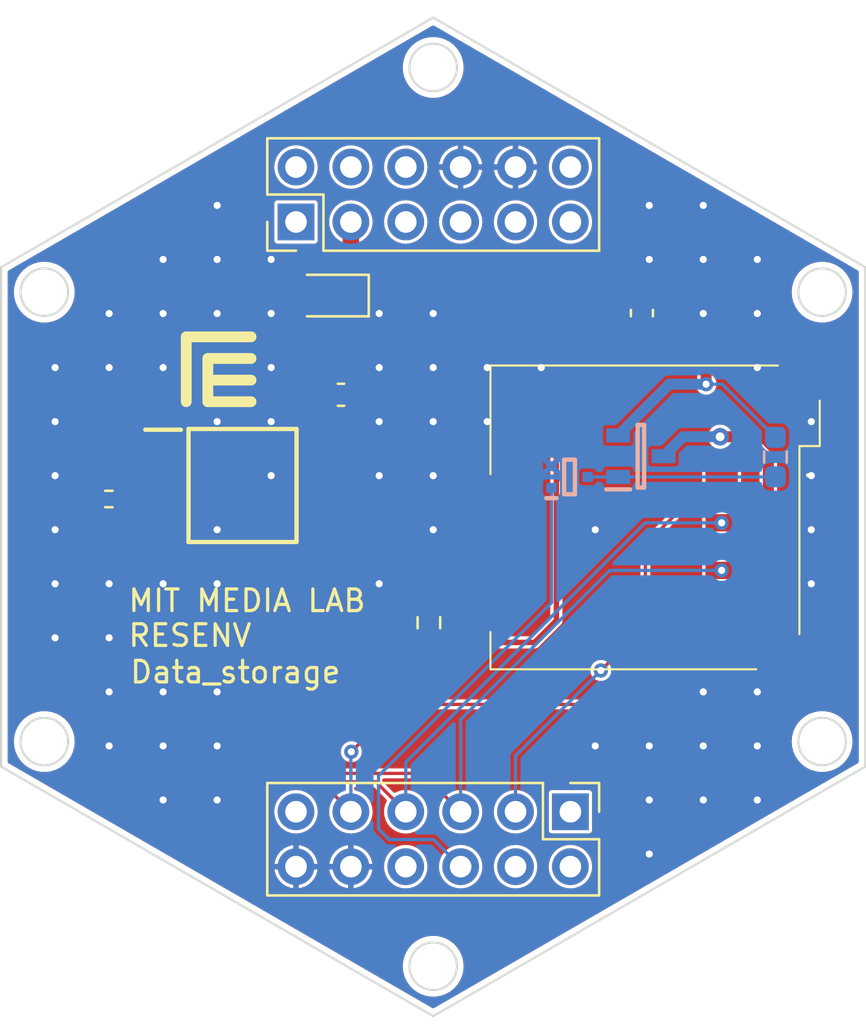
<source format=kicad_pcb>
(kicad_pcb (version 20221018) (generator pcbnew)
  (layers (0 "F.Cu" signal) (31 "B.Cu" signal) (34 "B.Paste" user) (35 "F.Paste" user) (36 "B.SilkS" user "B.Silkscreen") (37 "F.SilkS" user "F.Silkscreen") (38 "B.Mask" user) (39 "F.Mask" user) (44 "Edge.Cuts" user))
  (net 0 "")
  (net 1 "GND")
  (net 2 "VCC")
  (net 3 "+5V")
  (net 4 "/VBAT")
  (net 5 "/SDA")
  (net 6 "/SCL")
  (net 7 "/A1")
  (net 8 "/MOSI")
  (net 9 "/D11")
  (net 10 "/MISO")
  (net 11 "/D6")
  (net 12 "/SCK")
  (net 13 "/~{CS}")
  (net 14 "/A5")
  (net 15 "/LED2")
  (net 16 "/~{EN}")
  (net 17 "/VBAT_OK")
  (net 18 "/D13")
  (net 19 "/RXD")
  (net 20 "/TXD")
  (net 21 "/~{I2C_RESET}")
  (net 26 "/~{WP}")
  (net 27 "/~{FRAM_CS}")
  (net 28 "Net-(J3-VDD)")
  (net 29 "Net-(Q1-Pad1)")
  (net 30 "/CARD_DETECT")
  (footprint "LED_SMD:LED_0805_2012Metric_Pad1.15x1.40mm_HandSolder" (layer "F.Cu") (at 145.3175 89.868621 180)
    (fp_text reference "C1" hide)
    (fp_text value "47uF")
    (fp_line (start -1.86 -0.96) (end -1.86 0.96) (stroke (width 0.12)) (layer "F.SilkS"))
    (fp_line (start -1.86 0.96) (end 1 0.96) (stroke (width 0.12)) (layer "F.SilkS"))
    (fp_line (start 1 -0.96) (end -1.86 -0.96) (stroke (width 0.12)) (layer "F.SilkS"))
    (pad "1" smd roundrect (at -1.025 0 180) (size 1.15 1.4) (layers "F.Cu" "F.Paste" "F.Mask") (roundrect_rratio 0.217391) (net 2 "VCC"))
    (pad "2" smd roundrect (at 1.025 0 180) (size 1.15 1.4) (layers "F.Cu" "F.Paste" "F.Mask") (roundrect_rratio 0.217391) (net 1 "GND"))
  )
  (footprint "Capacitor_SMD:C_0603_1608Metric_Pad1.08x0.95mm_HandSolder" (layer "F.Cu") (at 159.82 90.678621 90)
    (fp_text reference "C2" hide)
    (fp_text value "0.1uF")
    (fp_line (start -0.146267 -0.51) (end 0.146267 -0.51) (stroke (width 0.12)) (layer "F.SilkS"))
    (fp_line (start -0.146267 0.51) (end 0.146267 0.51) (stroke (width 0.12)) (layer "F.SilkS"))
    (pad "1" smd roundrect (at -0.8625 0 90) (size 1.075 0.95) (layers "F.Cu" "F.Paste" "F.Mask") (net 2 "VCC"))
    (pad "2" smd roundrect (at 0.8625 0 90) (size 1.075 0.95) (layers "F.Cu" "F.Paste" "F.Mask") (net 1 "GND"))
  )
  (footprint "Resistor_SMD:R_0402_1005Metric_Pad0.72x0.64mm_HandSolder" (layer "F.Cu") (at 135.15 99.278621 180)
    (fp_text reference "R2" hide)
    (fp_text value "10K")
    (fp_line (start -0.167621 -0.38) (end 0.167621 -0.38) (stroke (width 0.12)) (layer "F.SilkS"))
    (fp_line (start -0.167621 0.38) (end 0.167621 0.38) (stroke (width 0.12)) (layer "F.SilkS"))
    (pad "1" smd roundrect (at -0.5975 0 180) (size 0.715 0.64) (layers "F.Cu" "F.Paste" "F.Mask") (net 26 "/~{WP}"))
    (pad "2" smd roundrect (at 0.5975 0 180) (size 0.715 0.64) (layers "F.Cu" "F.Paste" "F.Mask") (net 2 "VCC"))
  )
  (footprint "Connector_PinHeader_2.54mm:PinHeader_2x06_P2.54mm_Vertical" (layer "F.Cu") (at 143.81 86.465599 90)
    (fp_text reference "J1" hide)
    (fp_text value "Conn_02x06_Odd_Even" hide)
    (fp_line (start -1.33 -1.33) (end 0 -1.33) (stroke (width 0.12)) (layer "F.SilkS"))
    (fp_line (start -1.33 0) (end -1.33 -1.33) (stroke (width 0.12)) (layer "F.SilkS"))
    (fp_line (start -1.33 1.27) (end -1.33 14.03) (stroke (width 0.12)) (layer "F.SilkS"))
    (fp_line (start -1.33 1.27) (end 1.27 1.27) (stroke (width 0.12)) (layer "F.SilkS"))
    (fp_line (start -1.33 14.03) (end 3.87 14.03) (stroke (width 0.12)) (layer "F.SilkS"))
    (fp_line (start 1.27 -1.33) (end 3.87 -1.33) (stroke (width 0.12)) (layer "F.SilkS"))
    (fp_line (start 1.27 1.27) (end 1.27 -1.33) (stroke (width 0.12)) (layer "F.SilkS"))
    (fp_line (start 3.87 -1.33) (end 3.87 14.03) (stroke (width 0.12)) (layer "F.SilkS"))
    (pad "1" thru_hole rect (at 0 0 90) (size 1.7 1.7) (drill 1) (layers "*.Cu" "*.Mask") (net 4 "/VBAT"))
    (pad "2" thru_hole oval (at 2.54 0 90) (size 1.7 1.7) (drill 1) (layers "*.Cu" "*.Mask") (net 16 "/~{EN}"))
    (pad "3" thru_hole oval (at 0 2.54 90) (size 1.7 1.7) (drill 1) (layers "*.Cu" "*.Mask") (net 2 "VCC"))
    (pad "4" thru_hole oval (at 2.54 2.54 90) (size 1.7 1.7) (drill 1) (layers "*.Cu" "*.Mask") (net 17 "/VBAT_OK"))
    (pad "5" thru_hole oval (at 0 5.08 90) (size 1.7 1.7) (drill 1) (layers "*.Cu" "*.Mask") (net 21 "/~{I2C_RESET}"))
    (pad "6" thru_hole oval (at 2.54 5.08 90) (size 1.7 1.7) (drill 1) (layers "*.Cu" "*.Mask") (net 3 "+5V"))
    (pad "7" thru_hole oval (at 0 7.62 90) (size 1.7 1.7) (drill 1) (layers "*.Cu" "*.Mask") (net 19 "/RXD"))
    (pad "8" thru_hole oval (at 2.54 7.62 90) (size 1.7 1.7) (drill 1) (layers "*.Cu" "*.Mask") (net 1 "GND"))
    (pad "9" thru_hole oval (at 0 10.16 90) (size 1.7 1.7) (drill 1) (layers "*.Cu" "*.Mask") (net 20 "/TXD"))
    (pad "10" thru_hole oval (at 2.54 10.16 90) (size 1.7 1.7) (drill 1) (layers "*.Cu" "*.Mask") (net 1 "GND"))
    (pad "11" thru_hole oval (at 0 12.7 90) (size 1.7 1.7) (drill 1) (layers "*.Cu" "*.Mask") (net 5 "/SDA"))
    (pad "12" thru_hole oval (at 2.54 12.7 90) (size 1.7 1.7) (drill 1) (layers "*.Cu" "*.Mask") (net 6 "/SCL"))
  )
  (footprint "SamacSys_Parts:1660" (layer "F.Cu") (at 160.41 100.10461 -90)
    (fp_text reference "J3" hide)
    (fp_text value "1660" hide)
    (fp_line (start -7 -5.7) (end -7 7.6) (stroke (width 0.1)) (layer "F.SilkS"))
    (fp_line (start -7 7.6) (end -1.975 7.6) (stroke (width 0.1)) (layer "F.SilkS"))
    (fp_line (start -5.375 -7.64) (end -3.275 -7.64) (stroke (width 0.1)) (layer "F.SilkS"))
    (fp_line (start -3.275 -7.64) (end -3.275 -6.7) (stroke (width 0.1)) (layer "F.SilkS"))
    (fp_line (start -3.275 -6.7) (end 5.425 -6.7) (stroke (width 0.1)) (layer "F.SilkS"))
    (fp_line (start -1.975 -7.1) (end -1.975 -7.1) (stroke (width 0.1)) (layer "F.SilkS"))
    (fp_line (start -1.875 -7.1) (end -1.875 -7.1) (stroke (width 0.1)) (layer "F.SilkS"))
    (fp_line (start 5.325 7.6) (end 7.05 7.6) (stroke (width 0.1)) (layer "F.SilkS"))
    (fp_line (start 7.05 7.6) (end 7.05 -4.7) (stroke (width 0.1)) (layer "F.SilkS"))
    (fp_arc (start -1.975 -7.1) (mid -1.925 -7.15) (end -1.875 -7.1) (stroke (width 0.1)) (layer "F.SilkS"))
    (fp_arc (start -1.875 -7.1) (mid -1.925 -7.05) (end -1.975 -7.1) (stroke (width 0.1)) (layer "F.SilkS"))
    (pad "1" smd rect (at -1.925 -3.1 270) (size 0.8 1.5) (layers "F.Cu" "F.Paste" "F.Mask"))
    (pad "2" smd rect (at -0.825 -2.9 270) (size 0.8 1.5) (layers "F.Cu" "F.Paste" "F.Mask") (net 7 "/A1"))
    (pad "3" smd rect (at 0.275 -3.1 270) (size 0.8 1.5) (layers "F.Cu" "F.Paste" "F.Mask") (net 8 "/MOSI"))
    (pad "4" smd rect (at 1.375 -3.3 270) (size 0.8 1.5) (layers "F.Cu" "F.Paste" "F.Mask") (net 28 "Net-(J3-VDD)"))
    (pad "5" smd rect (at 2.475 -3.1 270) (size 0.8 1.5) (layers "F.Cu" "F.Paste" "F.Mask") (net 12 "/SCK"))
    (pad "6" smd rect (at 3.575 -3.3 270) (size 0.8 1.5) (layers "F.Cu" "F.Paste" "F.Mask") (net 1 "GND"))
    (pad "7" smd rect (at 4.675 -3.1 270) (size 0.8 1.5) (layers "F.Cu" "F.Paste" "F.Mask") (net 10 "/MISO"))
    (pad "8" smd rect (at 5.775 -3.1 270) (size 0.8 1.5) (layers "F.Cu" "F.Paste" "F.Mask"))
    (pad "9" smd rect (at 3.975 7.2) (size 1.4 1.8) (layers "F.Cu" "F.Paste" "F.Mask") (net 30 "/CARD_DETECT"))
    (pad "10" smd rect (at -0.725 7.2) (size 1.4 1.8) (layers "F.Cu" "F.Paste" "F.Mask"))
    (pad "11" smd rect (at -6.575 -6.95 270) (size 1.4 1.9) (layers "F.Cu" "F.Paste" "F.Mask") (net 1 "GND"))
    (pad "12" smd rect (at 6.575 -5.95 270) (size 1.4 1.9) (layers "F.Cu" "F.Paste" "F.Mask") (net 1 "GND"))
  )
  (footprint "Resistor_SMD:R_0603_1608Metric_Pad0.98x0.95mm_HandSolder" (layer "F.Cu") (at 149.96 104.998621 -90)
    (fp_text reference "R1" hide)
    (fp_text value "NC")
    (fp_line (start -0.254724 -0.5225) (end 0.254724 -0.5225) (stroke (width 0.12)) (layer "F.SilkS"))
    (fp_line (start -0.254724 0.5225) (end 0.254724 0.5225) (stroke (width 0.12)) (layer "F.SilkS"))
    (pad "1" smd roundrect (at -0.9125 0 270) (size 0.975 0.95) (layers "F.Cu" "F.Paste" "F.Mask") (net 30 "/CARD_DETECT"))
    (pad "2" smd roundrect (at 0.9125 0 270) (size 0.975 0.95) (layers "F.Cu" "F.Paste" "F.Mask") (net 2 "VCC"))
  )
  (footprint "Connector_PinHeader_2.54mm:PinHeader_2x06_P2.54mm_Vertical" (layer "F.Cu") (at 156.51 113.743621 -90)
    (fp_text reference "J2" hide)
    (fp_text value "Conn_02x06_Odd_Even")
    (fp_line (start -1.33 -1.33) (end 0 -1.33) (stroke (width 0.12)) (layer "F.SilkS"))
    (fp_line (start -1.33 0) (end -1.33 -1.33) (stroke (width 0.12)) (layer "F.SilkS"))
    (fp_line (start -1.33 1.27) (end -1.33 14.03) (stroke (width 0.12)) (layer "F.SilkS"))
    (fp_line (start -1.33 1.27) (end 1.27 1.27) (stroke (width 0.12)) (layer "F.SilkS"))
    (fp_line (start -1.33 14.03) (end 3.87 14.03) (stroke (width 0.12)) (layer "F.SilkS"))
    (fp_line (start 1.27 -1.33) (end 3.87 -1.33) (stroke (width 0.12)) (layer "F.SilkS"))
    (fp_line (start 1.27 1.27) (end 1.27 -1.33) (stroke (width 0.12)) (layer "F.SilkS"))
    (fp_line (start 3.87 -1.33) (end 3.87 14.03) (stroke (width 0.12)) (layer "F.SilkS"))
    (pad "1" thru_hole rect (at 0 0 270) (size 1.7 1.7) (drill 1) (layers "*.Cu" "*.Mask") (net 9 "/D11"))
    (pad "2" thru_hole oval (at 2.54 0 270) (size 1.7 1.7) (drill 1) (layers "*.Cu" "*.Mask") (net 18 "/D13"))
    (pad "3" thru_hole oval (at 0 2.54 270) (size 1.7 1.7) (drill 1) (layers "*.Cu" "*.Mask") (net 7 "/A1"))
    (pad "4" thru_hole oval (at 2.54 2.54 270) (size 1.7 1.7) (drill 1) (layers "*.Cu" "*.Mask") (net 11 "/D6"))
    (pad "5" thru_hole oval (at 0 5.08 270) (size 1.7 1.7) (drill 1) (layers "*.Cu" "*.Mask") (net 12 "/SCK"))
    (pad "6" thru_hole oval (at 2.54 5.08 270) (size 1.7 1.7) (drill 1) (layers "*.Cu" "*.Mask") (net 14 "/A5"))
    (pad "7" thru_hole oval (at 0 7.62 270) (size 1.7 1.7) (drill 1) (layers "*.Cu" "*.Mask") (net 8 "/MOSI"))
    (pad "8" thru_hole oval (at 2.54 7.62 270) (size 1.7 1.7) (drill 1) (layers "*.Cu" "*.Mask") (net 13 "/~{CS}"))
    (pad "9" thru_hole oval (at 0 10.16 270) (size 1.7 1.7) (drill 1) (layers "*.Cu" "*.Mask") (net 10 "/MISO"))
    (pad "10" thru_hole oval (at 2.54 10.16 270) (size 1.7 1.7) (drill 1) (layers "*.Cu" "*.Mask") (net 1 "GND"))
    (pad "11" thru_hole oval (at 0 12.7 270) (size 1.7 1.7) (drill 1) (layers "*.Cu" "*.Mask") (net 15 "/LED2"))
    (pad "12" thru_hole oval (at 2.54 12.7 270) (size 1.7 1.7) (drill 1) (layers "*.Cu" "*.Mask") (net 1 "GND"))
  )
  (footprint "Capacitor_SMD:C_0603_1608Metric_Pad1.08x0.95mm_HandSolder" (layer "F.Cu") (at 145.8925 94.458621 180)
    (fp_text reference "C3" hide)
    (fp_text value "0.1uF")
    (fp_line (start -0.146267 -0.51) (end 0.146267 -0.51) (stroke (width 0.12)) (layer "F.SilkS"))
    (fp_line (start -0.146267 0.51) (end 0.146267 0.51) (stroke (width 0.12)) (layer "F.SilkS"))
    (pad "1" smd roundrect (at -0.8625 0 180) (size 1.075 0.95) (layers "F.Cu" "F.Paste" "F.Mask") (net 1 "GND"))
    (pad "2" smd roundrect (at 0.8625 0 180) (size 1.075 0.95) (layers "F.Cu" "F.Paste" "F.Mask") (net 2 "VCC"))
  )
  (footprint "SamacSys_Parts:SOIC127P800X203-8N" (layer "F.Cu") (at 141.335 98.653621)
    (fp_text reference "IC1" hide)
    (fp_text value "CY15B108QN-40SXI" hide)
    (fp_line (start -4.5 -2.58) (end -2.85 -2.58) (stroke (width 0.2)) (layer "F.SilkS"))
    (fp_line (start -2.5 -2.615) (end 2.5 -2.615) (stroke (width 0.2)) (layer "F.SilkS"))
    (fp_line (start -2.5 2.615) (end -2.5 -2.615) (stroke (width 0.2)) (layer "F.SilkS"))
    (fp_line (start 2.5 -2.615) (end 2.5 2.615) (stroke (width 0.2)) (layer "F.SilkS"))
    (fp_line (start 2.5 2.615) (end -2.5 2.615) (stroke (width 0.2)) (layer "F.SilkS"))
    (pad "1" smd rect (at -3.675 -1.905 90) (size 0.65 1.65) (layers "F.Cu" "F.Paste" "F.Mask") (net 27 "/~{FRAM_CS}"))
    (pad "2" smd rect (at -3.675 -0.635 90) (size 0.65 1.65) (layers "F.Cu" "F.Paste" "F.Mask") (net 10 "/MISO"))
    (pad "3" smd rect (at -3.675 0.635 90) (size 0.65 1.65) (layers "F.Cu" "F.Paste" "F.Mask") (net 26 "/~{WP}"))
    (pad "4" smd rect (at -3.675 1.905 90) (size 0.65 1.65) (layers "F.Cu" "F.Paste" "F.Mask") (net 1 "GND"))
    (pad "5" smd rect (at 3.675 1.905 90) (size 0.65 1.65) (layers "F.Cu" "F.Paste" "F.Mask") (net 8 "/MOSI"))
    (pad "6" smd rect (at 3.675 0.635 90) (size 0.65 1.65) (layers "F.Cu" "F.Paste" "F.Mask") (net 12 "/SCK"))
    (pad "7" smd rect (at 3.675 -0.635 90) (size 0.65 1.65) (layers "F.Cu" "F.Paste" "F.Mask"))
    (pad "8" smd rect (at 3.675 -1.905 90) (size 0.65 1.65) (layers "F.Cu" "F.Paste" "F.Mask") (net 2 "VCC"))
  )
  (footprint "SamacSys_Parts:SOT96P240X110-3N" (layer "B.Cu") (at 159.772 97.298621)
    (fp_text reference "Q1" hide)
    (fp_text value "DMG2305UX-7" hide)
    (fp_line (start -1.6 1.535) (end -0.5 1.535) (stroke (width 0.2)) (layer "B.SilkS"))
    (fp_line (start -0.15 -1.45) (end -0.15 1.45) (stroke (width 0.2)) (layer "B.SilkS"))
    (fp_line (start -0.15 1.45) (end 0.15 1.45) (stroke (width 0.2)) (layer "B.SilkS"))
    (fp_line (start 0.15 -1.45) (end -0.15 -1.45) (stroke (width 0.2)) (layer "B.SilkS"))
    (fp_line (start 0.15 1.45) (end 0.15 -1.45) (stroke (width 0.2)) (layer "B.SilkS"))
    (pad "1" smd rect (at -1.05 0.96 270) (size 0.65 1.1) (layers "B.Cu" "B.Paste" "B.Mask") (net 29 "Net-(Q1-Pad1)"))
    (pad "2" smd rect (at -1.05 -0.96 270) (size 0.65 1.1) (layers "B.Cu" "B.Paste" "B.Mask") (net 2 "VCC"))
    (pad "3" smd rect (at 1.05 0 270) (size 0.65 1.1) (layers "B.Cu" "B.Paste" "B.Mask") (net 28 "Net-(J3-VDD)"))
  )
  (footprint "Resistor_SMD:R_0603_1608Metric_Pad0.98x0.95mm_HandSolder" (layer "B.Cu") (at 166 97.338621 90)
    (fp_text reference "R3" hide)
    (fp_text value "10k")
    (fp_line (start -0.254724 -0.5225) (end 0.254724 -0.5225) (stroke (width 0.12)) (layer "B.SilkS"))
    (fp_line (start -0.254724 0.5225) (end 0.254724 0.5225) (stroke (width 0.12)) (layer "B.SilkS"))
    (pad "1" smd roundrect (at -0.9125 0 90) (size 0.975 0.95) (layers "B.Cu" "B.Paste" "B.Mask") (net 29 "Net-(Q1-Pad1)"))
    (pad "2" smd roundrect (at 0.9125 0 90) (size 0.975 0.95) (layers "B.Cu" "B.Paste" "B.Mask") (net 2 "VCC"))
  )
  (footprint "SamacSys_Parts:SOTFL50P160X60-3N" (layer "B.Cu") (at 156.47 98.258621)
    (fp_text reference "Q2" hide)
    (fp_text value "PJE8408_R1_00001" hide)
    (fp_line (start -1.075 0.98) (end -0.6 0.98) (stroke (width 0.2)) (layer "B.SilkS"))
    (fp_line (start -0.25 -0.8) (end -0.25 0.8) (stroke (width 0.2)) (layer "B.SilkS"))
    (fp_line (start -0.25 0.8) (end 0.25 0.8) (stroke (width 0.2)) (layer "B.SilkS"))
    (fp_line (start 0.25 -0.8) (end -0.25 -0.8) (stroke (width 0.2)) (layer "B.SilkS"))
    (fp_line (start 0.25 0.8) (end 0.25 -0.8) (stroke (width 0.2)) (layer "B.SilkS"))
    (pad "1" smd rect (at -0.838 0.5 270) (size 0.46 0.475) (layers "B.Cu" "B.Paste" "B.Mask") (net 14 "/A5"))
    (pad "2" smd rect (at -0.838 -0.5 270) (size 0.46 0.475) (layers "B.Cu" "B.Paste" "B.Mask") (net 1 "GND"))
    (pad "3" smd rect (at 0.838 0 270) (size 0.46 0.475) (layers "B.Cu" "B.Paste" "B.Mask") (net 29 "Net-(Q1-Pad1)"))
  )
  (gr_line (start 141.73 92.778621) (end 139.73 92.778621) (stroke (width 0.5)) (layer "F.SilkS"))
  (gr_line (start 138.73 91.778621) (end 141.73 91.778621) (stroke (width 0.5)) (layer "F.SilkS"))
  (gr_line (start 139.73 93.778621) (end 141.73 93.778621) (stroke (width 0.5)) (layer "F.SilkS"))
  (gr_line (start 139.73 92.778621) (end 139.73 94.778621) (stroke (width 0.5)) (layer "F.SilkS"))
  (gr_line (start 138.73 91.778621) (end 138.73 94.778621) (stroke (width 0.5)) (layer "F.SilkS"))
  (gr_line (start 139.73 94.778621) (end 141.73 94.778621) (stroke (width 0.5)) (layer "F.SilkS"))
  (gr_line (start 130.16 88.557605) (end 130.16 111.651615) (stroke (width 0.1)) (layer "Edge.Cuts"))
  (gr_circle (center 168.16 110.496915) (end 169.26 110.496915) (stroke (width 0.1)) (fill none) (layer "Edge.Cuts"))
  (gr_line (start 130.16 111.651615) (end 150.16 123.198621) (stroke (width 0.1)) (layer "Edge.Cuts"))
  (gr_circle (center 168.16 89.712305) (end 169.26 89.712305) (stroke (width 0.1)) (fill none) (layer "Edge.Cuts"))
  (gr_circle (center 132.16 89.712305) (end 133.26 89.712305) (stroke (width 0.1)) (fill none) (layer "Edge.Cuts"))
  (gr_line (start 150.16 77.010599) (end 130.16 88.557605) (stroke (width 0.1)) (layer "Edge.Cuts"))
  (gr_line (start 170.16 88.557605) (end 150.16 77.010599) (stroke (width 0.1)) (layer "Edge.Cuts"))
  (gr_circle (center 150.16 79.32) (end 151.26 79.32) (stroke (width 0.1)) (fill none) (layer "Edge.Cuts"))
  (gr_circle (center 150.16 120.88922) (end 151.26 120.88922) (stroke (width 0.1)) (fill none) (layer "Edge.Cuts"))
  (gr_line (start 170.16 111.651615) (end 170.16 88.557605) (stroke (width 0.1)) (layer "Edge.Cuts"))
  (gr_line (start 150.16 123.198621) (end 170.16 111.651615) (stroke (width 0.1)) (layer "Edge.Cuts"))
  (gr_circle (center 132.16 110.496915) (end 133.26 110.496915) (stroke (width 0.1)) (fill none) (layer "Edge.Cuts"))
  (gr_text "Data_storage" (at 136.05 107.868621) (layer "F.SilkS") (effects (font (size 1 1)) (justify left bottom)))
  (gr_text "MIT MEDIA LAB\nRESENV" (at 135.97 106.178621) (layer "F.SilkS") (effects (font (size 1 1)) (justify left bottom)))
  (segment (start 163.71 103.67961) (end 162.110989 103.67961) (width 0.508) (layer "F.Cu") (net 1))
  (segment (start 163.71 103.67961) (end 165.240989 103.67961) (width 0.508) (layer "F.Cu") (net 1))
  (via (at 137.66 93.198621) (size 0.6604) (drill 0.3302) (layers "F.Cu" "B.Cu") (net 1))
  (via (at 157.66 110.698621) (size 0.6604) (drill 0.3302) (layers "F.Cu" "B.Cu") (net 1))
  (via (at 165.16 93.198621) (size 0.6604) (drill 0.3302) (layers "F.Cu" "B.Cu") (net 1))
  (via (at 165.16 110.698621) (size 0.6604) (drill 0.3302) (layers "F.Cu" "B.Cu") (net 1))
  (via (at 160.16 113.198621) (size 0.6604) (drill 0.3302) (layers "F.Cu" "B.Cu") (net 1))
  (via (at 135.16 110.698621) (size 0.6604) (drill 0.3302) (layers "F.Cu" "B.Cu") (net 1))
  (via (at 135.16 105.698621) (size 0.6604) (drill 0.3302) (layers "F.Cu" "B.Cu") (net 1))
  (via (at 140.16 88.198621) (size 0.6604) (drill 0.3302) (layers "F.Cu" "B.Cu") (net 1))
  (via (at 150.16 95.698621) (size 0.6604) (drill 0.3302) (layers "F.Cu" "B.Cu") (net 1))
  (via (at 140.16 110.698621) (size 0.6604) (drill 0.3302) (layers "F.Cu" "B.Cu") (net 1))
  (via (at 162.66 90.698621) (size 0.6604) (drill 0.3302) (layers "F.Cu" "B.Cu") (net 1))
  (via (at 147.66 98.198621) (size 0.6604) (drill 0.3302) (layers "F.Cu" "B.Cu") (net 1))
  (via (at 137.66 113.198621) (size 0.6604) (drill 0.3302) (layers "F.Cu" "B.Cu") (net 1))
  (via (at 162.66 108.198621) (size 0.6604) (drill 0.3302) (layers "F.Cu" "B.Cu") (net 1))
  (via (at 155.16 93.198621) (size 0.6604) (drill 0.3302) (layers "F.Cu" "B.Cu") (net 1))
  (via (at 132.66 98.198621) (size 0.6604) (drill 0.3302) (layers "F.Cu" "B.Cu") (net 1))
  (via (at 147.66 95.698621) (size 0.6604) (drill 0.3302) (layers "F.Cu" "B.Cu") (net 1))
  (via (at 165.16 113.198621) (size 0.6604) (drill 0.3302) (layers "F.Cu" "B.Cu") (net 1))
  (via (at 132.66 100.698621) (size 0.6604) (drill 0.3302) (layers "F.Cu" "B.Cu") (net 1))
  (via (at 140.16 108.198621) (size 0.6604) (drill 0.3302) (layers "F.Cu" "B.Cu") (net 1))
  (via (at 162.66 113.198621) (size 0.6604) (drill 0.3302) (layers "F.Cu" "B.Cu") (net 1))
  (via (at 147.66 103.198621) (size 0.6604) (drill 0.3302) (layers "F.Cu" "B.Cu") (net 1))
  (via (at 162.66 88.198621) (size 0.6604) (drill 0.3302) (layers "F.Cu" "B.Cu") (net 1))
  (via (at 165.16 90.698621) (size 0.6604) (drill 0.3302) (layers "F.Cu" "B.Cu") (net 1))
  (via (at 135.16 103.198621) (size 0.6604) (drill 0.3302) (layers "F.Cu" "B.Cu") (net 1))
  (via (at 132.66 105.698621) (size 0.6604) (drill 0.3302) (layers "F.Cu" "B.Cu") (net 1))
  (via (at 165.16 108.198621) (size 0.6604) (drill 0.3302) (layers "F.Cu" "B.Cu") (net 1))
  (via (at 160.16 110.698621) (size 0.6604) (drill 0.3302) (layers "F.Cu" "B.Cu") (net 1))
  (via (at 167.66 103.198621) (size 0.6604) (drill 0.3302) (layers "F.Cu" "B.Cu") (net 1))
  (via (at 132.66 103.198621) (size 0.6604) (drill 0.3302) (layers "F.Cu" "B.Cu") (net 1))
  (via (at 142.66 93.198621) (size 0.6604) (drill 0.3302) (layers "F.Cu" "B.Cu") (net 1))
  (via (at 150.16 100.698621) (size 0.6604) (drill 0.3302) (layers "F.Cu" "B.Cu") (net 1))
  (via (at 152.66 95.698621) (size 0.6604) (drill 0.3302) (layers "F.Cu" "B.Cu") (net 1))
  (via (at 152.66 93.198621) (size 0.6604) (drill 0.3302) (layers "F.Cu" "B.Cu") (net 1))
  (via (at 140.16 113.198621) (size 0.6604) (drill 0.3302) (layers "F.Cu" "B.Cu") (net 1))
  (via (at 132.66 95.698621) (size 0.6604) (drill 0.3302) (layers "F.Cu" "B.Cu") (net 1))
  (via (at 160.16 85.698621) (size 0.6604) (drill 0.3302) (layers "F.Cu" "B.Cu") (net 1))
  (via (at 150.16 98.198621) (size 0.6604) (drill 0.3302) (layers "F.Cu" "B.Cu") (net 1))
  (via (at 142.66 90.698621) (size 0.6604) (drill 0.3302) (layers "F.Cu" "B.Cu") (net 1))
  (via (at 150.16 90.698621) (size 0.6604) (drill 0.3302) (layers "F.Cu" "B.Cu") (net 1))
  (via (at 135.16 93.198621) (size 0.6604) (drill 0.3302) (layers "F.Cu" "B.Cu") (net 1))
  (via (at 165.16 88.198621) (size 0.6604) (drill 0.3302) (layers "F.Cu" "B.Cu") (net 1))
  (via (at 140.16 90.698621) (size 0.6604) (drill 0.3302) (layers "F.Cu" "B.Cu") (net 1))
  (via (at 135.16 108.198621) (size 0.6604) (drill 0.3302) (layers "F.Cu" "B.Cu") (net 1))
  (via (at 157.66 100.698621) (size 0.6604) (drill 0.3302) (layers "F.Cu" "B.Cu") (net 1))
  (via (at 167.66 100.698621) (size 0.6604) (drill 0.3302) (layers "F.Cu" "B.Cu") (net 1))
  (via (at 135.16 90.698621) (size 0.6604) (drill 0.3302) (layers "F.Cu" "B.Cu") (net 1))
  (via (at 160.16 115.698621) (size 0.6604) (drill 0.3302) (layers "F.Cu" "B.Cu") (net 1))
  (via (at 137.66 88.198621) (size 0.6604) (drill 0.3302) (layers "F.Cu" "B.Cu") (net 1))
  (via (at 140.16 103.198621) (size 0.6604) (drill 0.3302) (layers "F.Cu" "B.Cu") (net 1))
  (via (at 162.66 85.698621) (size 0.6604) (drill 0.3302) (layers "F.Cu" "B.Cu") (net 1))
  (via (at 150.16 93.198621) (size 0.6604) (drill 0.3302) (layers "F.Cu" "B.Cu") (net 1))
  (via (at 142.66 95.698621) (size 0.6604) (drill 0.3302) (layers "F.Cu" "B.Cu") (net 1))
  (via (at 140.16 85.698621) (size 0.6604) (drill 0.3302) (layers "F.Cu" "B.Cu") (net 1))
  (via (at 142.66 88.198621) (size 0.6604) (drill 0.3302) (layers "F.Cu" "B.Cu") (net 1))
  (via (at 132.66 93.198621) (size 0.6604) (drill 0.3302) (layers "F.Cu" "B.Cu") (net 1))
  (via (at 137.66 108.198621) (size 0.6604) (drill 0.3302) (layers "F.Cu" "B.Cu") (net 1))
  (via (at 137.66 103.198621) (size 0.6604) (drill 0.3302) (layers "F.Cu" "B.Cu") (net 1))
  (via (at 167.66 95.698621) (size 0.6604) (drill 0.3302) (layers "F.Cu" "B.Cu") (net 1))
  (via (at 147.66 93.198621) (size 0.6604) (drill 0.3302) (layers "F.Cu" "B.Cu") (net 1))
  (via (at 140.16 100.698621) (size 0.6604) (drill 0.3302) (layers "F.Cu" "B.Cu") (net 1))
  (via (at 137.66 90.698621) (size 0.6604) (drill 0.3302) (layers "F.Cu" "B.Cu") (net 1))
  (via (at 147.66 90.698621) (size 0.6604) (drill 0.3302) (layers "F.Cu" "B.Cu") (net 1))
  (via (at 140.16 95.698621) (size 0.6604) (drill 0.3302) (layers "F.Cu" "B.Cu") (net 1))
  (via (at 137.66 110.698621) (size 0.6604) (drill 0.3302) (layers "F.Cu" "B.Cu") (net 1))
  (via (at 142.66 98.198621) (size 0.6604) (drill 0.3302) (layers "F.Cu" "B.Cu") (net 1))
  (via (at 167.66 98.198621) (size 0.6604) (drill 0.3302) (layers "F.Cu" "B.Cu") (net 1))
  (via (at 162.66 110.698621) (size 0.6604) (drill 0.3302) (layers "F.Cu" "B.Cu") (net 1))
  (via (at 160.16 88.198621) (size 0.6604) (drill 0.3302) (layers "F.Cu" "B.Cu") (net 1))
  (segment (start 146.35 89.855817) (end 146.35 86.465599) (width 0.762) (layer "F.Cu") (net 2))
  (segment (start 145.03 94.458621) (end 145.03 91.181121) (width 0.254) (layer "F.Cu") (net 2))
  (segment (start 162.79 92.708621) (end 161.6225 91.541121) (width 0.508) (layer "F.Cu") (net 2))
  (segment (start 159.82 91.541121) (end 161.6225 91.541121) (width 0.508) (layer "F.Cu") (net 2))
  (segment (start 146.34625 89.864871) (end 146.3425 89.868621) (width 0.762) (layer "F.Cu") (net 2))
  (segment (start 149.96 105.911121) (end 154.8475 105.911121) (width 0.254) (layer "F.Cu") (net 2))
  (segment (start 155.86 104.898621) (end 155.86 97.298621) (width 0.254) (layer "F.Cu") (net 2))
  (segment (start 145.03 96.728621) (end 145.01 96.748621) (width 0.254) (layer "F.Cu") (net 2))
  (segment (start 152.63 89.868621) (end 154.3025 91.541121) (width 0.381) (layer "F.Cu") (net 2))
  (segment (start 159.82 93.338621) (end 159.82 91.541121) (width 0.254) (layer "F.Cu") (net 2))
  (segment (start 155.86 97.298621) (end 159.82 93.338621) (width 0.254) (layer "F.Cu") (net 2))
  (segment (start 154.3025 91.541121) (end 159.82 91.541121) (width 0.381) (layer "F.Cu") (net 2))
  (segment (start 134.5525 99.278621) (end 134.5525 96.046121) (width 0.1524) (layer "F.Cu") (net 2))
  (segment (start 146.3425 89.868621) (end 152.63 89.868621) (width 0.381) (layer "F.Cu") (net 2))
  (segment (start 134.5525 96.046121) (end 136.14 94.458621) (width 0.1524) (layer "F.Cu") (net 2))
  (segment (start 136.14 94.458621) (end 145.03 94.458621) (width 0.1524) (layer "F.Cu") (net 2))
  (segment (start 145.03 94.458621) (end 145.03 96.728621) (width 0.254) (layer "F.Cu") (net 2))
  (segment (start 162.79 93.968621) (end 162.79 92.708621) (width 0.508) (layer "F.Cu") (net 2))
  (segment (start 145.03 91.181121) (end 146.3425 89.868621) (width 0.254) (layer "F.Cu") (net 2))
  (segment (start 154.8475 105.911121) (end 155.86 104.898621) (width 0.254) (layer "F.Cu") (net 2))
  (via (at 162.79 93.968621) (size 0.6604) (drill 0.3302) (layers "F.Cu" "B.Cu") (net 2))
  (arc (start 146.34625 89.864871) (mid 146.349025 89.860717) (end 146.35 89.855817) (width 0.762) (layer "F.Cu") (net 2))
  (segment (start 166 96.426121) (end 163.5425 93.968621) (width 0.1524) (layer "B.Cu") (net 2))
  (segment (start 162.79 93.968621) (end 161.092 93.968621) (width 0.508) (layer "B.Cu") (net 2))
  (segment (start 163.5425 93.968621) (end 162.79 93.968621) (width 0.1524) (layer "B.Cu") (net 2))
  (segment (start 161.092 93.968621) (end 158.722 96.338621) (width 0.508) (layer "B.Cu") (net 2))
  (segment (start 159.98 101.388621) (end 159.98 105.148621) (width 0.1524) (layer "F.Cu") (net 7))
  (segment (start 163.31 99.27961) (end 162.089011 99.27961) (width 0.1524) (layer "F.Cu") (net 7))
  (segment (start 162.089011 99.27961) (end 159.98 101.388621) (width 0.1524) (layer "F.Cu") (net 7))
  (segment (start 159.98 105.148621) (end 157.92 107.208621) (width 0.1524) (layer "F.Cu") (net 7))
  (via (at 157.92 107.208621) (size 0.6604) (drill 0.3302) (layers "F.Cu" "B.Cu") (net 7))
  (segment (start 153.97 111.158621) (end 157.92 107.208621) (width 0.1524) (layer "B.Cu") (net 7))
  (segment (start 153.97 113.743621) (end 153.97 111.158621) (width 0.1524) (layer "B.Cu") (net 7))
  (segment (start 145.49 112.358621) (end 147.505 112.358621) (width 0.1524) (layer "F.Cu") (net 8))
  (segment (start 142.92 101.418621) (end 142.92 109.788621) (width 0.1524) (layer "F.Cu") (net 8))
  (segment (start 143.78 100.558621) (end 142.92 101.418621) (width 0.1524) (layer "F.Cu") (net 8))
  (segment (start 147.505 112.358621) (end 148.89 113.743621) (width 0.1524) (layer "F.Cu") (net 8))
  (segment (start 142.92 109.788621) (end 145.49 112.358621) (width 0.1524) (layer "F.Cu") (net 8))
  (segment (start 145.01 100.558621) (end 143.78 100.558621) (width 0.1524) (layer "F.Cu") (net 8))
  (via (at 163.51 100.37961) (size 0.6604) (drill 0.3302) (layers "F.Cu" "B.Cu") (net 8))
  (segment (start 163.51 100.37961) (end 159.969011 100.37961) (width 0.1524) (layer "B.Cu") (net 8))
  (segment (start 148.89 111.458621) (end 148.89 113.743621) (width 0.1524) (layer "B.Cu") (net 8))
  (segment (start 159.969011 100.37961) (end 148.89 111.458621) (width 0.1524) (layer "B.Cu") (net 8))
  (segment (start 148.56 108.778621) (end 146.37 110.968621) (width 0.1524) (layer "F.Cu") (net 10))
  (segment (start 137.66 98.018621) (end 139.28 98.018621) (width 0.1524) (layer "F.Cu") (net 10))
  (segment (start 162.099011 104.77961) (end 158.1 108.778621) (width 0.1524) (layer "F.Cu") (net 10))
  (segment (start 163.51 104.77961) (end 162.099011 104.77961) (width 0.1524) (layer "F.Cu") (net 10))
  (segment (start 142.5 109.893621) (end 146.35 113.743621) (width 0.1524) (layer "F.Cu") (net 10))
  (segment (start 158.1 108.778621) (end 148.56 108.778621) (width 0.1524) (layer "F.Cu") (net 10))
  (segment (start 139.28 98.018621) (end 142.5 101.238621) (width 0.1524) (layer "F.Cu") (net 10))
  (segment (start 142.5 101.238621) (end 142.5 109.893621) (width 0.1524) (layer "F.Cu") (net 10))
  (via (at 146.37 110.968621) (size 0.6604) (drill 0.3302) (layers "F.Cu" "B.Cu") (net 10))
  (segment (start 146.35 110.988621) (end 146.35 113.743621) (width 0.1524) (layer "B.Cu") (net 10))
  (segment (start 146.37 110.968621) (end 146.35 110.988621) (width 0.1524) (layer "B.Cu") (net 10))
  (segment (start 147.03 101.078621) (end 147.03 99.878621) (width 0.1524) (layer "F.Cu") (net 12))
  (segment (start 147.03 99.878621) (end 146.44 99.288621) (width 0.1524) (layer "F.Cu") (net 12))
  (segment (start 149.655 111.968621) (end 145.64 111.968621) (width 0.1524) (layer "F.Cu") (net 12))
  (segment (start 144.57 103.538621) (end 147.03 101.078621) (width 0.1524) (layer "F.Cu") (net 12))
  (segment (start 144.57 110.898621) (end 144.57 103.538621) (width 0.1524) (layer "F.Cu") (net 12))
  (segment (start 146.44 99.288621) (end 145.01 99.288621) (width 0.1524) (layer "F.Cu") (net 12))
  (segment (start 145.64 111.968621) (end 144.57 110.898621) (width 0.1524) (layer "F.Cu") (net 12))
  (segment (start 151.43 113.743621) (end 149.655 111.968621) (width 0.1524) (layer "F.Cu") (net 12))
  (via (at 163.51 102.57961) (size 0.6604) (drill 0.3302) (layers "F.Cu" "B.Cu") (net 12))
  (segment (start 163.51 102.57961) (end 158.329011 102.57961) (width 0.1524) (layer "B.Cu") (net 12))
  (segment (start 151.43 109.478621) (end 151.43 113.743621) (width 0.1524) (layer "B.Cu") (net 12))
  (segment (start 158.329011 102.57961) (end 151.43 109.478621) (width 0.1524) (layer "B.Cu") (net 12))
  (segment (start 155.632 104.076621) (end 155.632 98.758621) (width 0.1524) (layer "B.Cu") (net 14))
  (segment (start 151.43 116.283621) (end 150.175 115.028621) (width 0.1524) (layer "B.Cu") (net 14))
  (segment (start 150.175 115.028621) (end 148.12 115.028621) (width 0.1524) (layer "B.Cu") (net 14))
  (segment (start 148.12 115.028621) (end 147.63 114.538621) (width 0.1524) (layer "B.Cu") (net 14))
  (segment (start 147.63 114.538621) (end 147.63 112.078621) (width 0.1524) (layer "B.Cu") (net 14))
  (segment (start 147.63 112.078621) (end 155.632 104.076621) (width 0.1524) (layer "B.Cu") (net 14))
  (segment (start 135.7575 99.288621) (end 137.66 99.288621) (width 0.1524) (layer "F.Cu") (net 26))
  (segment (start 135.7475 99.278621) (end 135.7575 99.288621) (width 0.1524) (layer "F.Cu") (net 26))
  (segment (start 165.67 97.588621) (end 164.48 96.398621) (width 0.508) (layer "F.Cu") (net 28))
  (segment (start 165.67 98.218621) (end 165.67 97.588621) (width 0.508) (layer "F.Cu") (net 28))
  (segment (start 164.48 96.398621) (end 163.44 96.398621) (width 0.508) (layer "F.Cu") (net 28))
  (segment (start 163.71 101.47961) (end 165.119011 101.47961) (width 0.508) (layer "F.Cu") (net 28))
  (segment (start 165.67 100.928621) (end 165.67 98.218621) (width 0.508) (layer "F.Cu") (net 28))
  (segment (start 165.119011 101.47961) (end 165.67 100.928621) (width 0.508) (layer "F.Cu") (net 28))
  (via (at 163.44 96.398621) (size 0.8128) (drill 0.4064) (layers "F.Cu" "B.Cu") (net 28))
  (segment (start 161.722 96.398621) (end 160.822 97.298621) (width 0.508) (layer "B.Cu") (net 28))
  (segment (start 163.44 96.398621) (end 161.722 96.398621) (width 0.508) (layer "B.Cu") (net 28))
  (segment (start 158.722 98.258621) (end 165.9925 98.258621) (width 0.1524) (layer "B.Cu") (net 29))
  (segment (start 165.9925 98.258621) (end 166 98.251121) (width 0.1524) (layer "B.Cu") (net 29))
  (segment (start 157.308 98.258621) (end 158.722 98.258621) (width 0.1524) (layer "B.Cu") (net 29))
  (segment (start 149.966511 104.07961) (end 149.96 104.086121) (width 0.254) (layer "F.Cu") (net 30))
  (segment (start 153.21 104.07961) (end 149.966511 104.07961) (width 0.254) (layer "F.Cu") (net 30))
  (zone (net 1) (net_name "GND") (layers "F&B.Cu") (connect_pads (clearance 0.1524)) (min_thickness 0.1778) (fill yes (thermal_gap 0.1524) (thermal_bridge_width 0.254))
    (polygon (pts (xy 130.16 76.198621) (xy 170.16 76.198621) (xy 170.16 123.198621) (xy 130.16 123.198621)))
  )
)
</source>
